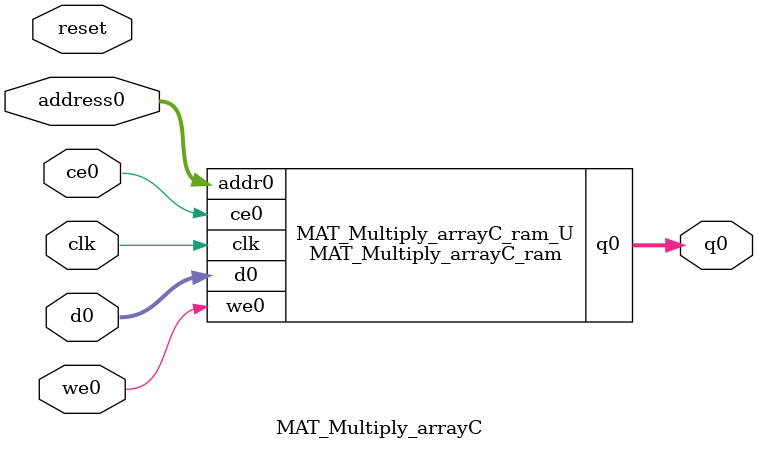
<source format=v>

`timescale 1 ns / 1 ps
module MAT_Multiply_arrayC_ram (addr0, ce0, d0, we0, q0,  clk);

parameter DWIDTH = 64;
parameter AWIDTH = 14;
parameter MEM_SIZE = 10000;

input[AWIDTH-1:0] addr0;
input ce0;
input[DWIDTH-1:0] d0;
input we0;
output reg[DWIDTH-1:0] q0;
input clk;

(* ram_style = "block" *)reg [DWIDTH-1:0] ram[MEM_SIZE-1:0];




always @(posedge clk)  
begin 
    if (ce0) 
    begin
        if (we0) 
        begin 
            ram[addr0] <= d0; 
            q0 <= d0;
        end 
        else 
            q0 <= ram[addr0];
    end
end


endmodule


`timescale 1 ns / 1 ps
module MAT_Multiply_arrayC(
    reset,
    clk,
    address0,
    ce0,
    we0,
    d0,
    q0);

parameter DataWidth = 32'd64;
parameter AddressRange = 32'd10000;
parameter AddressWidth = 32'd14;
input reset;
input clk;
input[AddressWidth - 1:0] address0;
input ce0;
input we0;
input[DataWidth - 1:0] d0;
output[DataWidth - 1:0] q0;



MAT_Multiply_arrayC_ram MAT_Multiply_arrayC_ram_U(
    .clk( clk ),
    .addr0( address0 ),
    .ce0( ce0 ),
    .d0( d0 ),
    .we0( we0 ),
    .q0( q0 ));

endmodule


</source>
